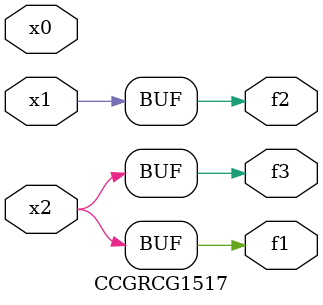
<source format=v>
module CCGRCG1517(
	input x0, x1, x2,
	output f1, f2, f3
);
	assign f1 = x2;
	assign f2 = x1;
	assign f3 = x2;
endmodule

</source>
